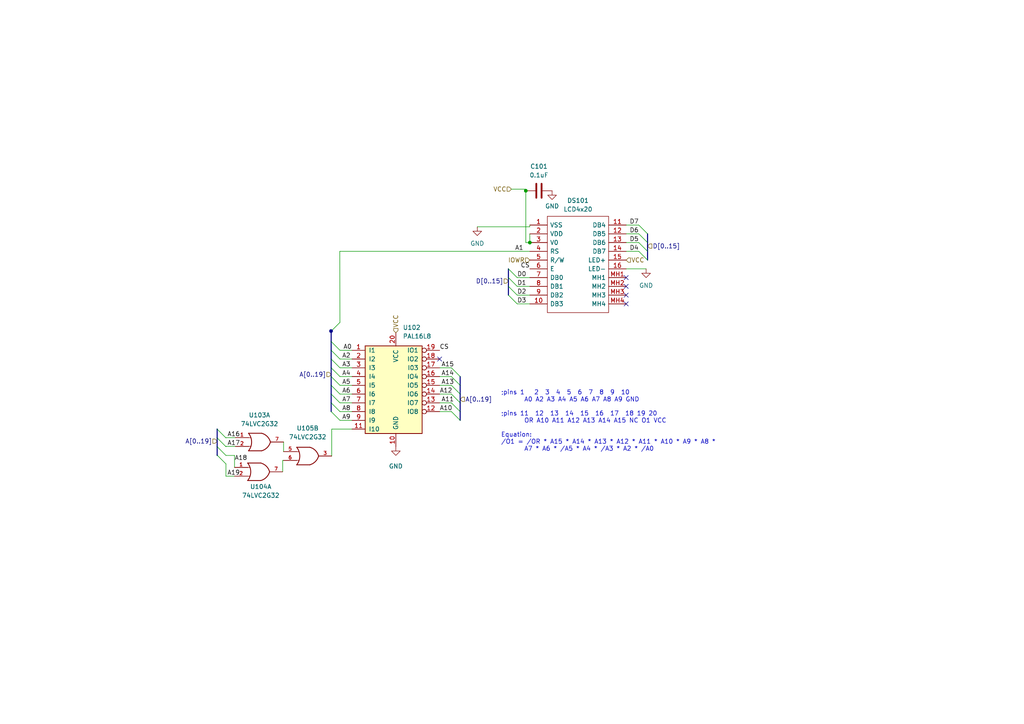
<source format=kicad_sch>
(kicad_sch (version 20211123) (generator eeschema)
  (paper "A4")
  (lib_symbols
    (symbol "74xGxx:74LVC2G32" (pin_names (offset 1.016))
      (property "Reference" "U" (at -2.54 3.81 0))
      (property "Value" "74LVC2G32" (at 0 -3.81 0))
      (symbol "74LVC2G32_0_1"
        (arc (start -3.81 -2.54) (mid -2.919 0) (end -3.81 2.54) (stroke (width 0.254)))
        (arc (start 0 -2.54) (mid 1.5993 -1.6027) (end 2.54 0) (stroke (width 0.254)))
        (polyline (pts (xy -3.81 -1.27) (xy -3.175 -1.27)))
        (polyline (pts (xy -3.81 1.27) (xy -3.175 1.27)))
        (polyline (pts (xy 0 -2.54) (xy -3.81 -2.54)) (stroke (width 0.254)) (fill (type background)))
        (polyline (pts (xy 0 2.54) (xy -3.81 2.54)) (stroke (width 0.254)) (fill (type background)))
        (arc (start 2.54 0) (mid 1.6119 1.6152) (end 0 2.54) (stroke (width 0.254)))
        (pin power_in line (at 0 -2.54 270) (length 0) hide (name "GND") (number "4"))
        (pin power_in line (at 0 2.54 90) (length 0) hide (name "VCC") (number "8"))
      )
      (symbol "74LVC2G32_1_1"
        (pin input line (at -7.62 1.27 0) (length 3.81) (name "~") (number "1"))
        (pin input line (at -7.62 -1.27 0) (length 3.81) (name "~") (number "2"))
        (pin output line (at 6.35 0 180) (length 3.81) (name "~") (number "7"))
      )
      (symbol "74LVC2G32_2_1"
        (pin output line (at 6.35 0 180) (length 3.81) (name "~") (number "3"))
        (pin input line (at -7.62 1.27 0) (length 3.81) (name "~") (number "5"))
        (pin input line (at -7.62 -1.27 0) (length 3.81) (name "~") (number "6"))
      )
    )
    (symbol "Device:C" (pin_numbers hide) (pin_names (offset 0.254))
      (property "Reference" "C" (at 0.635 2.54 0))
      (property "Value" "C" (at 0.635 -2.54 0))
      (symbol "C_0_1"
        (polyline (pts (xy -2.032 -0.762) (xy 2.032 -0.762)) (stroke (width 0.508)))
        (polyline (pts (xy -2.032 0.762) (xy 2.032 0.762)) (stroke (width 0.508)))
      )
      (symbol "C_1_1"
        (pin passive line (at 0 3.81 270) (length 2.794) (name "~") (number "1"))
        (pin passive line (at 0 -3.81 90) (length 2.794) (name "~") (number "2"))
      )
    )
    (symbol "LCD4x20:LCD4x20" (pin_names (offset 0.762))
      (property "Reference" "DS" (at 24.13 7.62 0))
      (property "Value" "LCD4x20" (at 24.13 5.08 0))
      (symbol "LCD4x20_0_0"
        (pin unspecified line (at 0 0 0) (length 5.08) (name "VSS") (number "1"))
        (pin unspecified line (at 0 -22.86 0) (length 5.08) (name "DB3") (number "10"))
        (pin unspecified line (at 27.94 0 180) (length 5.08) (name "DB4") (number "11"))
        (pin unspecified line (at 27.94 -2.54 180) (length 5.08) (name "DB5") (number "12"))
        (pin unspecified line (at 27.94 -5.08 180) (length 5.08) (name "DB6") (number "13"))
        (pin unspecified line (at 27.94 -7.62 180) (length 5.08) (name "DB7") (number "14"))
        (pin unspecified line (at 27.94 -10.16 180) (length 5.08) (name "LED+") (number "15"))
        (pin unspecified line (at 27.94 -12.7 180) (length 5.08) (name "LED-") (number "16"))
        (pin unspecified line (at 0 -2.54 0) (length 5.08) (name "VDD") (number "2"))
        (pin unspecified line (at 0 -5.08 0) (length 5.08) (name "V0") (number "3"))
        (pin unspecified line (at 0 -7.62 0) (length 5.08) (name "RS") (number "4"))
        (pin unspecified line (at 0 -10.16 0) (length 5.08) (name "R/W") (number "5"))
        (pin unspecified line (at 0 -12.7 0) (length 5.08) (name "E") (number "6"))
        (pin unspecified line (at 0 -15.24 0) (length 5.08) (name "DB0") (number "7"))
        (pin unspecified line (at 0 -17.78 0) (length 5.08) (name "DB1") (number "8"))
        (pin unspecified line (at 0 -20.32 0) (length 5.08) (name "DB2") (number "9"))
        (pin unspecified line (at 27.94 -15.24 180) (length 5.08) (name "MH1") (number "MH1"))
        (pin unspecified line (at 27.94 -17.78 180) (length 5.08) (name "MH2") (number "MH2"))
        (pin unspecified line (at 27.94 -20.32 180) (length 5.08) (name "MH3") (number "MH3"))
        (pin unspecified line (at 27.94 -22.86 180) (length 5.08) (name "MH4") (number "MH4"))
      )
      (symbol "LCD4x20_0_1"
        (polyline (pts (xy 5.08 2.54) (xy 22.86 2.54) (xy 22.86 -25.4) (xy 5.08 -25.4) (xy 5.08 2.54)) (stroke (width 0.1524)))
      )
    )
    (symbol "Logic_Programmable:PAL16L8" (pin_names (offset 1.016))
      (property "Reference" "U" (at -8.89 16.51 0))
      (property "Value" "PAL16L8" (at 1.27 16.51 0))
      (symbol "PAL16L8_0_0"
        (pin power_in line (at 0 -15.24 90) (length 3.81) (name "GND") (number "10"))
        (pin power_in line (at 0 17.78 270) (length 3.81) (name "VCC") (number "20"))
      )
      (symbol "PAL16L8_0_1"
        (rectangle (start -8.89 13.97) (end 7.62 -11.43) (stroke (width 0.254)) (fill (type background)))
      )
      (symbol "PAL16L8_1_1"
        (pin input line (at -12.7 12.7 0) (length 3.81) (name "I1") (number "1"))
        (pin input line (at -12.7 -10.16 0) (length 3.81) (name "I10") (number "11"))
        (pin tri_state inverted (at 12.7 -5.08 180) (length 5.08) (name "IO8") (number "12"))
        (pin tri_state inverted (at 12.7 -2.54 180) (length 5.08) (name "IO7") (number "13"))
        (pin tri_state inverted (at 12.7 0 180) (length 5.08) (name "IO6") (number "14"))
        (pin tri_state inverted (at 12.7 2.54 180) (length 5.08) (name "IO5") (number "15"))
        (pin tri_state inverted (at 12.7 5.08 180) (length 5.08) (name "IO4") (number "16"))
        (pin tri_state inverted (at 12.7 7.62 180) (length 5.08) (name "I03") (number "17"))
        (pin tri_state inverted (at 12.7 10.16 180) (length 5.08) (name "IO2") (number "18"))
        (pin tri_state inverted (at 12.7 12.7 180) (length 5.08) (name "IO1") (number "19"))
        (pin input line (at -12.7 10.16 0) (length 3.81) (name "I2") (number "2"))
        (pin input line (at -12.7 7.62 0) (length 3.81) (name "I3") (number "3"))
        (pin input line (at -12.7 5.08 0) (length 3.81) (name "I4") (number "4"))
        (pin input line (at -12.7 2.54 0) (length 3.81) (name "I5") (number "5"))
        (pin input line (at -12.7 0 0) (length 3.81) (name "I6") (number "6"))
        (pin input line (at -12.7 -2.54 0) (length 3.81) (name "I7") (number "7"))
        (pin input line (at -12.7 -5.08 0) (length 3.81) (name "I8") (number "8"))
        (pin input line (at -12.7 -7.62 0) (length 3.81) (name "I9") (number "9"))
      )
    )
    (symbol "power:GND" (power) (pin_names (offset 0))
      (property "Value" "GND" (at 0 -3.81 0))
      (symbol "GND_0_1"
        (polyline (pts (xy 0 0) (xy 0 -1.27) (xy 1.27 -1.27) (xy 0 -2.54) (xy -1.27 -1.27) (xy 0 -1.27)))
      )
      (symbol "GND_1_1"
        (pin power_in line (at 0 0 270) (length 0) hide (name "GND") (number "1"))
      )
    )
  )
  (junction (at 96.012 96.0187))
  (junction (at 152.5061 55.3288))
  (junction (at 153.67 70.358))
  (no_connect (at 181.61 88.138))
  (no_connect (at 181.61 85.598))
  (no_connect (at 181.61 83.058))
  (no_connect (at 181.61 80.518))
  (no_connect (at 127.508 104.14))
  (bus_entry (at 96.0558 109.22) (size 2.54 2.54))
  (bus_entry (at 62.992 124.4786) (size 2.54 2.54))
  (bus_entry (at 62.992 132.0161) (size 2.54 2.54))
  (bus_entry (at 96.0558 96.0481) (size 2.54 -2.54))
  (bus_entry (at 96.0558 104.14) (size 2.54 2.54))
  (bus_entry (at 133.4704 114.3) (size -2.54 -2.54))
  (bus_entry (at 147.4629 77.978) (size 2.54 2.54))
  (bus_entry (at 133.4704 119.38) (size -2.54 -2.54))
  (bus_entry (at 133.4704 116.84) (size -2.54 -2.54))
  (bus_entry (at 187.8171 70.358) (size -2.54 -2.54))
  (bus_entry (at 133.4704 111.76) (size -2.54 -2.54))
  (bus_entry (at 96.0558 101.6) (size 2.54 2.54))
  (bus_entry (at 96.0558 111.76) (size 2.54 2.54))
  (bus_entry (at 147.4629 83.058) (size 2.54 2.54))
  (bus_entry (at 187.8171 72.898) (size -2.54 -2.54))
  (bus_entry (at 133.4704 109.22) (size -2.54 -2.54))
  (bus_entry (at 96.0558 114.3) (size 2.54 2.54))
  (bus_entry (at 62.992 129.5586) (size 2.54 2.54))
  (bus_entry (at 187.8171 75.438) (size -2.54 -2.54))
  (bus_entry (at 96.0558 116.84) (size 2.54 2.54))
  (bus_entry (at 147.4629 85.598) (size 2.54 2.54))
  (bus_entry (at 96.0558 99.06) (size 2.54 2.54))
  (bus_entry (at 96.0558 119.38) (size 2.54 2.54))
  (bus_entry (at 133.4704 121.92) (size -2.54 -2.54))
  (bus_entry (at 96.0558 106.68) (size 2.54 2.54))
  (bus_entry (at 147.4629 80.518) (size 2.54 2.54))
  (bus_entry (at 62.992 127.0186) (size 2.54 2.54))
  (bus_entry (at 187.8171 67.818) (size -2.54 -2.54))
  (wire (pts (xy 152.5061 54.864) (xy 152.5061 55.3288)))
  (wire (pts (xy 98.5958 111.76) (xy 102.108 111.76)))
  (bus (pts (xy 133.4704 119.38) (xy 133.4704 116.84)))
  (wire (pts (xy 96.2178 124.46) (xy 96.2178 132.2701)))
  (wire (pts (xy 98.5958 119.38) (xy 102.108 119.38)))
  (wire (pts (xy 81.9938 133.5401) (xy 82.2478 133.5401)))
  (bus (pts (xy 62.992 127.0186) (xy 62.992 129.5586)))
  (wire (pts (xy 138.43 65.786) (xy 153.67 65.786)))
  (wire (pts (xy 185.2771 67.818) (xy 181.61 67.818)))
  (bus (pts (xy 133.4704 111.76) (xy 133.4704 109.22)))
  (wire (pts (xy 150.0029 88.138) (xy 153.67 88.138)))
  (wire (pts (xy 150.0029 85.598) (xy 153.67 85.598)))
  (wire (pts (xy 152.5061 65.2693) (xy 152.5056 65.2693)))
  (wire (pts (xy 98.5958 93.5081) (xy 98.552 72.898)))
  (wire (pts (xy 68.2778 126.9361) (xy 65.532 126.9361)))
  (wire (pts (xy 65.532 132.0986) (xy 68.0238 132.0986)))
  (wire (pts (xy 65.532 126.9361) (xy 65.532 127.0186)))
  (bus (pts (xy 62.992 124.46) (xy 62.992 124.4786)))
  (wire (pts (xy 185.2771 72.898) (xy 181.61 72.898)))
  (bus (pts (xy 96.0558 99.06) (xy 96.0558 101.6)))
  (wire (pts (xy 150.0029 83.058) (xy 153.67 83.058)))
  (bus (pts (xy 147.4629 77.978) (xy 147.4629 80.518)))
  (wire (pts (xy 68.2778 129.4761) (xy 65.532 129.4761)))
  (bus (pts (xy 187.8171 75.438) (xy 187.8171 72.898)))
  (bus (pts (xy 96.0558 106.68) (xy 96.0558 109.22)))
  (wire (pts (xy 98.5958 109.22) (xy 102.108 109.22)))
  (wire (pts (xy 130.9304 114.3) (xy 127.508 114.3)))
  (bus (pts (xy 133.4704 114.3) (xy 133.4704 111.76)))
  (wire (pts (xy 185.2771 70.358) (xy 181.61 70.358)))
  (bus (pts (xy 62.992 124.4786) (xy 62.992 127.0186)))
  (wire (pts (xy 153.67 70.358) (xy 152.5056 70.358)))
  (wire (pts (xy 185.2771 65.278) (xy 181.61 65.278)))
  (wire (pts (xy 98.5958 106.68) (xy 102.108 106.68)))
  (wire (pts (xy 98.5958 104.14) (xy 102.108 104.14)))
  (bus (pts (xy 133.4704 121.92) (xy 133.4704 119.38)))
  (wire (pts (xy 130.9304 111.76) (xy 127.508 111.76)))
  (wire (pts (xy 152.5061 55.3288) (xy 152.5061 65.2693)))
  (wire (pts (xy 65.532 129.4761) (xy 65.532 129.5586)))
  (wire (pts (xy 98.5958 114.3) (xy 102.108 114.3)))
  (bus (pts (xy 96.0558 96.0481) (xy 96.0558 96.0187)))
  (wire (pts (xy 98.5958 121.92) (xy 102.108 121.92)))
  (bus (pts (xy 187.8171 70.358) (xy 187.8171 67.818)))
  (wire (pts (xy 102.108 124.46) (xy 96.2178 124.46)))
  (bus (pts (xy 96.0558 99.06) (xy 96.0558 96.0481)))
  (bus (pts (xy 187.8171 72.898) (xy 187.8171 70.358)))
  (wire (pts (xy 65.532 138.1121) (xy 68.0238 138.1121)))
  (wire (pts (xy 98.552 72.898) (xy 153.67 72.898)))
  (wire (pts (xy 130.9304 116.84) (xy 127.508 116.84)))
  (wire (pts (xy 82.2478 128.2061) (xy 82.2478 131.0001)))
  (wire (pts (xy 65.532 134.5561) (xy 65.532 138.1121)))
  (wire (pts (xy 150.0029 80.518) (xy 153.67 80.518)))
  (wire (pts (xy 81.9938 136.8421) (xy 81.9938 133.5401)))
  (bus (pts (xy 133.4704 116.84) (xy 133.4704 114.3)))
  (wire (pts (xy 187.3974 77.978) (xy 181.61 77.978)))
  (wire (pts (xy 98.5958 116.84) (xy 102.108 116.84)))
  (wire (pts (xy 68.0238 132.0986) (xy 68.0238 135.5721)))
  (bus (pts (xy 147.4629 80.518) (xy 147.4629 83.058)))
  (bus (pts (xy 96.0558 104.14) (xy 96.0558 106.68)))
  (wire (pts (xy 153.67 67.818) (xy 153.67 70.358)))
  (wire (pts (xy 148.336 54.864) (xy 152.5061 54.864)))
  (bus (pts (xy 62.992 129.5586) (xy 62.992 132.0161)))
  (bus (pts (xy 147.4629 83.058) (xy 147.4629 85.598)))
  (wire (pts (xy 153.67 65.786) (xy 153.67 65.278)))
  (bus (pts (xy 96.0558 101.6) (xy 96.0558 104.14)))
  (bus (pts (xy 96.012 96.0187) (xy 96.0558 96.0187)))
  (bus (pts (xy 62.992 132.0161) (xy 62.992 132.08)))
  (bus (pts (xy 96.0558 116.84) (xy 96.0558 119.38)))
  (wire (pts (xy 152.5056 65.2693) (xy 152.5056 70.358)))
  (bus (pts (xy 96.0558 109.22) (xy 96.0558 111.76)))
  (wire (pts (xy 98.5958 101.6) (xy 102.108 101.6)))
  (wire (pts (xy 130.9304 109.22) (xy 127.508 109.22)))
  (bus (pts (xy 96.0558 114.3) (xy 96.0558 116.84)))
  (bus (pts (xy 96.0558 111.76) (xy 96.0558 114.3)))
  (wire (pts (xy 130.9304 119.38) (xy 127.508 119.38)))
  (wire (pts (xy 127.508 106.68) (xy 130.9304 106.68)))
  (text ";pins 1   2  3  4  5  6  7  8  9  10\n	  A0 A2 A3 A4 A5 A6 A7 A8 A9 GND\n\n;pins 11  12  13  14  15  16  17  18 19 20\n	  OR A10 A11 A12 A13 A14 A15 NC O1 VCC \n\nEquation:\n/O1 = /OR * A15 * A14 * A13 * A12 * A11 * A10 * A9 * A8 *\n	  A7 * A6 * /A5 * A4 * /A3 * A2 * /A0 " (at 145.288 131.064 0) (effects (font (size 1.27 1.27)) (justify left bottom)))
  (label "A5" (at 99.2029 111.76 0))
  (label "A9" (at 99.2029 121.92 0))
  (label "D0" (at 150.0029 80.518 0))
  (label "CS" (at 127.508 101.6 0))
  (label "A0" (at 99.5521 101.6 0))
  (label "A10" (at 127.508 119.38 0))
  (label "D1" (at 150.0029 83.058 0))
  (label "A6" (at 99.2029 114.3 0))
  (label "A3" (at 99.2029 106.68 0))
  (label "A13" (at 127.993 111.76 0))
  (label "A14" (at 127.993 109.22 0))
  (label "D7" (at 185.2771 65.278 180))
  (label "D5" (at 185.2771 70.358 180))
  (label "D2" (at 150.0029 85.598 0))
  (label "A15" (at 127.992 106.68 0))
  (label "D4" (at 185.2771 72.898 180))
  (label "D3" (at 150.0029 88.138 0))
  (label "A16" (at 65.929 126.9361 0))
  (label "A2" (at 99.2029 104.14 0))
  (label "A4" (at 99.2029 109.22 0))
  (label "D6" (at 185.2771 67.818 180))
  (label "A19" (at 65.8964 138.1121 0))
  (label "A18" (at 68.0238 133.812 0))
  (label "A8" (at 99.2029 119.38 0))
  (label "A17" (at 65.929 129.4761 0))
  (label "A11" (at 127.993 116.84 0))
  (label "CS" (at 153.67 77.978 180))
  (label "A1" (at 149.352 72.898 0))
  (label "A12" (at 127.508 114.3 0))
  (label "A7" (at 99.2029 116.84 0))
  (hierarchical_label "A[0..19]" (shape input) (at 96.0558 108.6032 180))
  (hierarchical_label "A[0..19]" (shape input) (at 62.992 127.964 180))
  (hierarchical_label "VCC" (shape input) (at 114.808 96.52 90))
  (hierarchical_label "VCC" (shape input) (at 148.336 54.864 180))
  (hierarchical_label "D[0..15]" (shape input) (at 147.4629 81.5212 180))
  (hierarchical_label "VCC" (shape input) (at 181.61 75.438 0))
  (hierarchical_label "D[0..15]" (shape input) (at 187.8171 71.3729 0))
  (hierarchical_label "A[0..19]" (shape input) (at 133.4704 115.8164 0))
  (hierarchical_label "IOWR" (shape input) (at 153.67 75.438 180))
  (symbol (lib_id "power:GND") (at 187.3974 77.978 0) (unit 1)
    (property "Reference" "#PWR0185" (effects hide))
    (property "Value" "GND" (at 187.3974 82.804 0))
  )
  (symbol (lib_id "power:GND") (at 138.43 65.786 0) (unit 1)
    (property "Reference" "#PWR0186" (effects hide))
    (property "Value" "GND" (at 138.43 70.612 0))
  )
  (symbol (lib_id "power:GND") (at 114.808 129.54 0) (unit 1)
    (property "Reference" "#PWR0187" (effects hide))
    (property "Value" "GND" (at 114.808 135.2223 0))
  )
  (symbol (lib_id "LCD4x20:LCD4x20") (at 153.67 65.278 0) (unit 1)
    (property "Reference" "DS101" (at 167.64 58.166 0))
    (property "Value" "LCD4x20" (at 167.64 60.706 0))
    (property "Footprint" "parts:LCD4x20" (effects hide))
    (property "Datasheet" "https://componentsearchengine.com/Datasheets/1/LCD4x20.pdf" (effects hide))
    (property "Description" "LCD Character Display Modules & Accessories STN-Y/G Transfl 77.5 x 47.0" (effects hide))
    (property "Height" "14.5" (effects hide))
    (property "Mouser Part Number" "763-0420AZFLYBW33V3" (effects hide))
    (property "Mouser Price/Stock" "https://www.mouser.com/Search/Refine.aspx?Keyword=763-0420AZFLYBW33V3" (effects hide))
    (property "Manufacturer_Name" "Newhaven Display" (effects hide))
  )
  (symbol (lib_id "74xGxx:74LVC2G32") (at 89.8678 132.2701 0) (unit 2)
    (property "Reference" "U105" (at 89.2328 124.206 0))
    (property "Value" "74LVC2G32" (at 89.2328 126.746 0))
    (property "Footprint" "Package_DIP:DIP-8_W7.62mm" (effects hide))
    (property "Datasheet" "http://www.ti.com/lit/sg/scyt129e/scyt129e.pdf" (effects hide))
  )
  (symbol (lib_id "74xGxx:74LVC2G32") (at 75.6438 136.8421 0) (unit 1)
    (property "Reference" "U104" (at 75.6438 141.1601 0))
    (property "Value" "74LVC2G32" (at 75.6438 143.7001 0))
    (property "Footprint" "Package_DIP:DIP-8_W7.62mm" (effects hide))
    (property "Datasheet" "http://www.ti.com/lit/sg/scyt129e/scyt129e.pdf" (effects hide))
  )
  (symbol (lib_id "power:GND") (at 160.1261 55.3288 0) (unit 1)
    (property "Reference" "#PWR0188" (effects hide))
    (property "Value" "GND" (at 160.1261 59.7842 0))
  )
  (symbol (lib_id "Device:C") (at 156.3161 55.3288 270) (unit 1)
    (property "Reference" "C101" (at 156.3161 48.26 90))
    (property "Value" "0.1uF" (at 156.3161 50.8 90))
    (property "Footprint" "Capacitor_THT:C_Axial_L3.8mm_D2.6mm_P7.50mm_Horizontal" (effects hide))
  )
  (symbol (lib_id "Logic_Programmable:PAL16L8") (at 114.808 114.3 0) (unit 1)
    (property "Reference" "U102" (at 116.8274 94.996 0) (effects (justify left)))
    (property "Value" "PAL16L8" (at 116.8274 97.536 0) (effects (justify left)))
    (property "Footprint" "Package_DIP:DIP-20_W7.62mm" (effects hide))
  )
  (symbol (lib_id "74xGxx:74LVC2G32") (at 75.8978 128.2061 0) (unit 1)
    (property "Reference" "U103" (at 75.2628 120.396 0))
    (property "Value" "74LVC2G32" (at 75.2628 122.936 0))
    (property "Footprint" "Package_DIP:DIP-8_W7.62mm" (effects hide))
    (property "Datasheet" "http://www.ti.com/lit/sg/scyt129e/scyt129e.pdf" (effects hide))
  )
)
</source>
